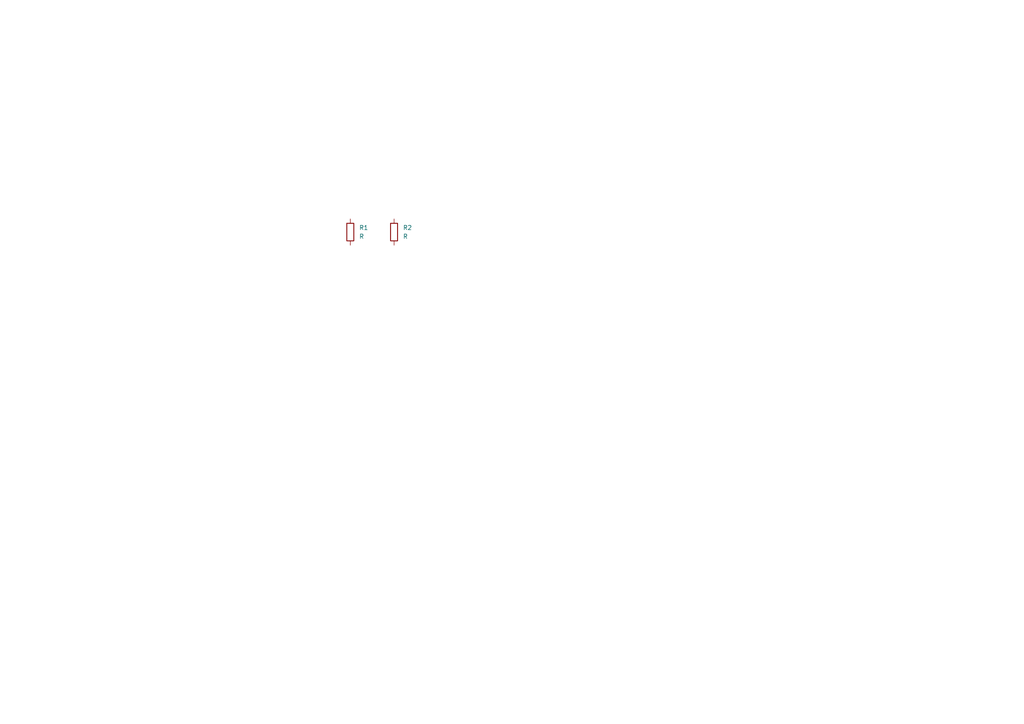
<source format=kicad_sch>
(kicad_sch (version 20231120) (generator "eeschema") (generator_version "8.0")
  (paper "A4")
  (lib_symbols
    (symbol "Device:R" (pin_numbers hide) (pin_names (offset 0))
      (property "Reference" "R" (at 2.032 0 90))
      (property "Value" "R" (at 0 0 90))
      (symbol "R_0_1"
        (rectangle (start -1.016 -2.54) (end 1.016 2.54) (stroke (width 0.254)))
      )
      (symbol "R_1_1"
        (pin passive line (at 0 3.81 270) (length 1.27) (name "~") (number "1"))
        (pin passive line (at 0 -3.81 90) (length 1.27) (name "~") (number "2"))
      )
    )
  )
  (symbol (lib_id "Device:R") (at 114.3 67.31 0) (unit 1)
    (property "Reference" "R2" (at 116.84 66.0399 0) (effects (justify left)))
    (property "Value" "R" (at 116.84 68.5799 0) (effects (justify left)))
    (property "Description" "Resistor" (effects (hide yes)))
    (property "mnp" "Test_1" (effects (hide yes)))
    (property "MNP" "Different" (effects (hide yes)))
  )
  (symbol (lib_id "Device:R") (at 101.6 67.31 0) (unit 1)
    (property "Reference" "R1" (at 104.14 66.0399 0) (effects (justify left)))
    (property "Value" "R" (at 104.14 68.5799 0) (effects (justify left)))
    (property "Description" "Resistor" (effects (hide yes)))
    (property "MNP" "Test_1" (effects (hide yes)))
    (property "mnp" "Test_1" (effects (hide yes)))
  )
)
</source>
